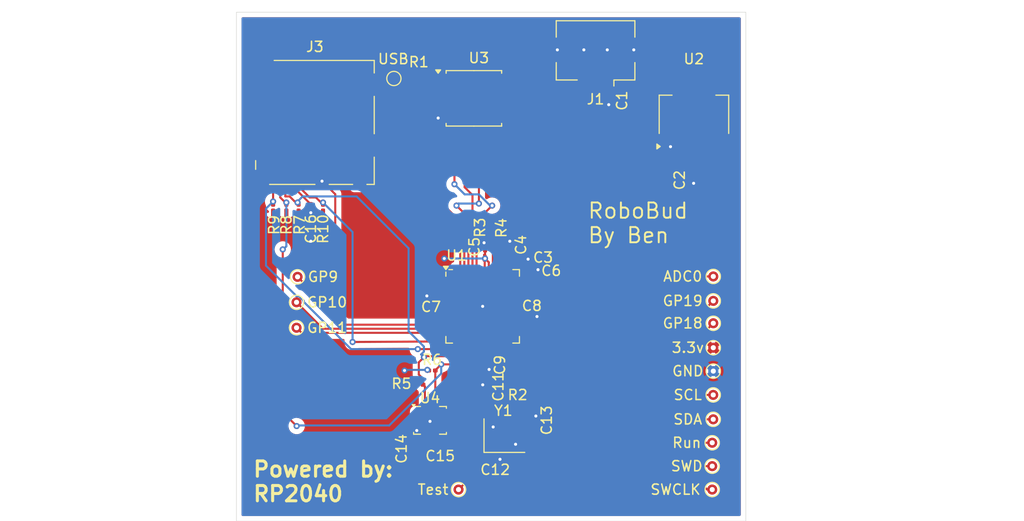
<source format=kicad_pcb>
(kicad_pcb (version 20240108) (generator "pcbnew") (generator_version "8.0")
  (layers (0 "F.Cu" signal) (31 "B.Cu" signal) (34 "B.Paste" user) (35 "F.Paste" user) (36 "B.SilkS" user "B.Silkscreen") (37 "F.SilkS" user "F.Silkscreen") (38 "B.Mask" user) (39 "F.Mask" user) (44 "Edge.Cuts" user))
  (net 0 "")
  (net 1 "VBUS")
  (net 2 "GND")
  (net 3 "+3.3V")
  (net 4 "+1V1")
  (net 5 "/XIN")
  (net 6 "Net-(C13-Pad2)")
  (net 7 "Net-(J3-VSS)")
  (net 8 "/USB_D+")
  (net 9 "/USB_D-")
  (net 11 "/MISO_SD")
  (net 12 "/SCL_GRYO{slash}MOSI_SD")
  (net 14 "/SDA_GYRO{slash}SCK_SD")
  (net 15 "/CS_SD")
  (net 17 "/Pad")
  (net 18 "/XOUT")
  (net 19 "Net-(U1-USB_DP)")
  (net 20 "Net-(U1-USB_DM)")
  (net 21 "/QSPI_SD0")
  (net 24 "/SCL_OLED")
  (net 32 "/speaker")
  (net 33 "/QSPI_SD2")
  (net 35 "/QSPI_SD3")
  (net 40 "/SDA_OLED")
  (net 43 "/QSPI_SCLK")
  (net 46 "/QSPI_SD1")
  (net 52 "/SWCLK")
  (net 53 "/GPIO_18")
  (net 54 "/SWD")
  (net 55 "/GPIO_9")
  (net 56 "/GPIO_19")
  (net 57 "/GPIO_26_ADC0")
  (net 58 "/TESTEN")
  (net 59 "/RUN")
  (net 60 "/GPIO_10")
  (footprint "Capacitor_SMD:C_0201_0603Metric" (layer "F.Cu") (at 142.3 106.8 180)
    (property "Reference" "C15")
    (property "Value" "100n")
  )
  (footprint "TestPoint:TestPoint_THTPad_D1.0mm_Drill0.5mm" (layer "F.Cu") (at 128.4 93 180)
    (property "Reference" "GP10")
    (property "Value" "TestPoint_THTPad_D1.0mm_Drill0.5mm")
  )
  (footprint "Capacitor_SMD:C_0201_0603Metric" (layer "F.Cu") (at 141.6 92.4 180)
    (property "Reference" "C7")
    (property "Value" "100n")
  )
  (footprint "Resistor_SMD:R_0201_0603Metric" (layer "F.Cu") (at 140.12625 71.0225)
    (property "Reference" "R1")
    (property "Value" "1k")
  )
  (footprint "Resistor_SMD:R_0201_0603Metric" (layer "F.Cu") (at 150.1 103.2 180)
    (property "Reference" "R2")
    (property "Value" "1k")
  )
  (footprint "TestPoint:TestPoint_THTPad_D1.0mm_Drill0.5mm" (layer "F.Cu") (at 169.3 104.5)
    (property "Reference" "SDA")
    (property "Value" "TestPoint_THTPad_D1.0mm_Drill0.5mm")
  )
  (footprint "Resistor_SMD:R_0201_0603Metric" (layer "F.Cu") (at 141.7 99.7)
    (property "Reference" "R6")
    (property "Value" "10k")
  )
  (footprint "Resistor_SMD:R_0201_0603Metric" (layer "F.Cu") (at 148.10625 87.4625 -90)
    (property "Reference" "R4")
    (property "Value" "27.4")
  )
  (footprint "Capacitor_SMD:C_0201_0603Metric" (layer "F.Cu") (at 129.8 83.7 90)
    (property "Reference" "C16")
    (property "Value" "100n")
  )
  (footprint "Resistor_SMD:R_0201_0603Metric" (layer "F.Cu") (at 126.1 83.7 -90)
    (property "Reference" "R9")
    (property "Value" "10k")
  )
  (footprint "TestPoint:TestPoint_THTPad_D1.0mm_Drill0.5mm" (layer "F.Cu") (at 169.2 109.1)
    (property "Reference" "SWD")
    (property "Value" "TestPoint_THTPad_D1.0mm_Drill0.5mm")
  )
  (footprint "TestPoint:TestPoint_THTPad_D1.0mm_Drill0.5mm" (layer "F.Cu") (at 169.30625 92.8625)
    (property "Reference" "GP19")
    (property "Value" "TestPoint_THTPad_D1.0mm_Drill0.5mm")
  )
  (footprint "Resistor_SMD:R_0201_0603Metric" (layer "F.Cu") (at 127.4 83.7 -90)
    (property "Reference" "R8")
    (property "Value" "10k")
  )
  (footprint "Capacitor_SMD:C_0201_0603Metric" (layer "F.Cu") (at 147.30625 99.1625 -90)
    (property "Reference" "C9")
    (property "Value" "100n")
  )
  (footprint "Capacitor_SMD:C_0201_0603Metric" (layer "F.Cu") (at 151.5 94.4)
    (property "Reference" "C8")
    (property "Value" "100n")
  )
  (footprint "TestPoint:TestPoint_THTPad_D1.0mm_Drill0.5mm" (layer "F.Cu") (at 128.4 95.5 180)
    (property "Reference" "GP11")
    (property "Value" "TestPoint_THTPad_D1.0mm_Drill0.5mm")
  )
  (footprint "TestPoint:TestPoint_THTPad_D1.0mm_Drill0.5mm" (layer "F.Cu") (at 169.30625 99.7625)
    (property "Reference" "GND")
    (property "Value" "TestPoint_THTPad_D1.0mm_Drill0.5mm")
  )
  (footprint "Resistor_SMD:R_0201_0603Metric" (layer "F.Cu") (at 140.5 101.1 180)
    (property "Reference" "R5")
    (property "Value" "10k")
  )
  (footprint "Package_DFN_QFN:QFN-56-1EP_7x7mm_P0.4mm_EP3.2x3.2mm" (layer "F.Cu") (at 146.66875 93.4)
    (property "Reference" "U1")
    (property "Value" "RP2040")
  )
  (footprint "Resistor_SMD:R_0201_0603Metric" (layer "F.Cu") (at 128.6 83.7 -90)
    (property "Reference" "R7")
    (property "Value" "10k")
  )
  (footprint "Capacitor_SMD:C_0201_0603Metric" (layer "F.Cu") (at 146.90625 87.5625 90)
    (property "Reference" "C5")
    (property "Value" "100n")
  )
  (footprint "Capacitor_SMD:C_0201_0603Metric" (layer "F.Cu") (at 151.9 104.6 -90)
    (property "Reference" "C13")
    (property "Value" "15p")
  )
  (footprint "TestPoint:TestPoint_THTPad_D1.0mm_Drill0.5mm" (layer "F.Cu") (at 169.30625 97.4625)
    (property "Reference" "3.3v")
    (property "Value" "TestPoint_THTPad_D1.0mm_Drill0.5mm")
  )
  (footprint "Capacitor_SMD:C_0201_0603Metric" (layer "F.Cu") (at 149.30625 87.4125 90)
    (property "Reference" "C4")
    (property "Value" "1u")
  )
  (footprint "Capacitor_SMD:C_0201_0603Metric" (layer "F.Cu") (at 150.70625 88.7625)
    (property "Reference" "C3")
    (property "Value" "1u")
  )
  (footprint "Resistor_SMD:R_0201_0603Metric" (layer "F.Cu") (at 147.40625 85.8625 -90)
    (property "Reference" "R3")
    (property "Value" "27.4")
  )
  (footprint "Crystal:Crystal_SMD_3225-4Pin_3.2x2.5mm" (layer "F.Cu") (at 148.8 106.1)
    (property "Reference" "Y1")
    (property "Value" "ABM8-272-T3")
  )
  (footprint "TestPoint:TestPoint_THTPad_D1.0mm_Drill0.5mm" (layer "F.Cu") (at 169.3 102.1)
    (property "Reference" "SCL")
    (property "Value" "TestPoint_THTPad_D1.0mm_Drill0.5mm")
  )
  (footprint "Package_SO:SOIC-8_5.23x5.23mm_P1.27mm" (layer "F.Cu") (at 145.80625 72.9625)
    (property "Reference" "U3")
    (property "Value" "W25Q128JVS")
  )
  (footprint "Connector_USB:USB_Micro-B_Amphenol_10104110_Horizontal" (layer "F.Cu") (at 157.75 69.5 180)
    (property "Reference" "J1")
    (property "Value" "USB_B_Micro")
  )
  (footprint "Capacitor_SMD:C_0201_0603Metric" (layer "F.Cu") (at 147.9 108.4 180)
    (property "Reference" "C12")
    (property "Value" "15p")
  )
  (footprint "Capacitor_SMD:C_0201_0603Metric" (layer "F.Cu") (at 159.05 73.05 -90)
    (property "Reference" "C1")
    (property "Value" "10u")
  )
  (footprint "Package_LGA:LGA-14_3x2.5mm_P0.5mm_LayoutBorder3x4y" (layer "F.Cu") (at 141.5 104.6)
    (property "Reference" "U4")
    (property "Value" "LSM6DS3")
  )
  (footprint "TestPoint:TestPoint_THTPad_D1.0mm_Drill0.5mm" (layer "F.Cu") (at 169.2 111.4)
    (property "Reference" "SWCLK")
    (property "Value" "TestPoint_THTPad_D1.0mm_Drill0.5mm")
  )
  (footprint "TestPoint:TestPoint_THTPad_D1.0mm_Drill0.5mm" (layer "F.Cu") (at 128.5 90.5 180)
    (property "Reference" "GP9")
    (property "Value" "TestPoint_THTPad_D1.0mm_Drill0.5mm")
  )
  (footprint "Resistor_SMD:R_0201_0603Metric" (layer "F.Cu") (at 131 83.7 -90)
    (property "Reference" "R10")
    (property "Value" "10k")
  )
  (footprint "Connector_Card:microSD_HC_Molex_104031-0811" (layer "F.Cu") (at 130.20625 75.35 90)
    (property "Reference" "J3")
    (property "Value" "Micro_SD_Card")
  )
  (footprint "Capacitor_SMD:C_0201_0603Metric" (layer "F.Cu") (at 151.6 89.8)
    (property "Reference" "C6")
    (property "Value" "100n")
  )
  (footprint "Capacitor_SMD:C_0201_0603Metric" (layer "F.Cu") (at 140.1 107 -90)
    (property "Reference" "C14")
    (property "Value" "100n")
  )
  (footprint "Capacitor_SMD:C_0201_0603Metric" (layer "F.Cu") (at 146.7 100.7 -90)
    (property "Reference" "C11")
    (property "Value" "100n")
  )
  (footprint "TestPoint:TestPoint_THTPad_D1.0mm_Drill0.5mm" (layer "F.Cu") (at 169.2 106.8)
    (property "Reference" "Run")
    (property "Value" "TestPoint_THTPad_D1.0mm_Drill0.5mm")
  )
  (footprint "Package_TO_SOT_SMD:SOT-223-3_TabPin2" (layer "F.Cu") (at 167.40625 74.5625 90)
    (property "Reference" "U2")
    (property "Value" "NCP1117-3.3_SOT223")
  )
  (footprint "TestPoint:TestPoint_THTPad_D1.0mm_Drill0.5mm" (layer "F.Cu") (at 169.30625 95.0625)
    (property "Reference" "GP18")
    (property "Value" "TestPoint_THTPad_D1.0mm_Drill0.5mm")
  )
  (footprint "TestPoint:TestPoint_THTPad_D1.0mm_Drill0.5mm" (layer "F.Cu") (at 169.30625 90.4625)
    (property "Reference" "ADC0")
    (property "Value" "TestPoint_THTPad_D1.0mm_Drill0.5mm")
  )
  (footprint "TestPoint:TestPoint_Pad_D1.0mm" (layer "F.Cu") (at 137.95625 71.0125)
    (property "Reference" "USB")
    (property "Value" "TestPoint_Pad_D1.0mm")
  )
  (footprint "Capacitor_SMD:C_0201_0603Metric" (layer "F.Cu") (at 167.4 80.9 -90)
    (property "Reference" "C2")
    (property "Value" "10u")
  )
  (footprint "TestPoint:TestPoint_THTPad_D1.0mm_Drill0.5mm" (layer "F.Cu") (at 144.3 111.4)
    (property "Reference" "Test")
    (property "Value" "TestPoint_THTPad_D1.0mm_Drill0.5mm")
  )
  (gr_rect (start 122.5 64.5) (end 172.5 114.5) (stroke (width 0.05)) (fill none) (layer "Edge.Cuts"))
  (gr_text "RoboBud\nBy Ben" (at 156.9 87.3 0) (layer "F.SilkS") (effects (font (size 1.5 1.5) (thickness 0.1875)) (justify left bottom)))
  (gr_text "Powered by: \nRP2040" (at 124 112.7 0) (layer "F.SilkS") (effects (font (size 1.5 1.5) (thickness 0.3) (bold yes)) (justify left bottom)))
  (segment (start 168.50625 74.9625) (end 162.9625 74.9625) (width 0.2) (layer "F.Cu") (net 1))
  (segment (start 160.7 72.7) (end 159.08 72.7) (width 0.2) (layer "F.Cu") (net 1))
  (segment (start 169.70625 76.1625) (end 168.50625 74.9625) (width 0.2) (layer "F.Cu") (net 1))
  (segment (start 169.70625 77.7125) (end 169.70625 76.1625) (width 0.2) (layer "F.Cu") (net 1))
  (segment (start 159.08 72.7) (end 159.05 72.73) (width 0.2) (layer "F.Cu") (net 1))
  (segment (start 162.9625 74.9625) (end 160.7 72.7) (width 0.2) (layer "F.Cu") (net 1))
  (segment (start 159.05 71.05) (end 159.05 72.73) (width 0.2) (layer "F.Cu") (net 1))
  (segment (start 141.98 106.8) (end 141.98 105.5325) (width 0.2) (layer "F.Cu") (net 2))
  (segment (start 140.2 105.6) (end 140.2 106.58) (width 0.2) (layer "F.Cu") (net 2))
  (segment (start 156.6 68.2) (end 158.9 68.2) (width 0.2) (layer "F.Cu") (net 2))
  (segment (start 156.6 68.2) (end 156.45 68.35) (width 0.2) (layer "F.Cu") (net 2))
  (segment (start 130.3 87.5) (end 129.8 87) (width 0.2) (layer "F.Cu") (net 2))
  (segment (start 141.65 104.85) (end 141.5 104.7) (width 0.2) (layer "F.Cu") (net 2))
  (segment (start 132.2 87.5) (end 130.3 87.5) (width 0.2) (layer "F.Cu") (net 2))
  (segment (start 156.45 68.35) (end 156.45 71.05) (width 0.2) (layer "F.Cu") (net 2))
  (segment (start 142 105.2) (end 141.5 104.7) (width 0.2) (layer "F.Cu") (net 2))
  (segment (start 140.2 106.58) (end 140.1 106.68) (width 0.2) (layer "F.Cu") (net 2))
  (segment (start 154 68.2) (end 156.6 68.2) (width 0.2) (layer "F.Cu") (net 2))
  (segment (start 141.5 105.5125) (end 141.5 104.7) (width 0.2) (layer "F.Cu") (net 2))
  (segment (start 161.5 68.2) (end 158.9 68.2) (width 0.2) (layer "F.Cu") (net 2))
  (segment (start 141.98 105.5325) (end 142 105.5125) (width 0.2) (layer "F.Cu") (net 2))
  (segment (start 142 105.5125) (end 142 105.2) (width 0.2) (layer "F.Cu") (net 2))
  (segment (start 132.2 82.38375) (end 132.2 87.5) (width 0.2) (layer "F.Cu") (net 2))
  (segment (start 130.90625 81.09) (end 132.2 82.38375) (width 0.2) (layer "F.Cu") (net 2))
  (segment (start 142.6625 104.85) (end 141.65 104.85) (width 0.2) (layer "F.Cu") (net 2))
  (via (at 152.1 89.8) (size 0.6) (drill 0.3) (layers "F.Cu" "B.Cu") (net 2))
  (via (at 148.36919 108.426996) (size 0.6) (drill 0.3) (layers "F.Cu" "B.Cu") (net 2))
  (via (at 129.8 87) (size 0.6) (drill 0.3) (layers "F.Cu" "B.Cu") (net 2))
  (via (at 141.5 104.7) (size 0.6) (drill 0.3) (layers "F.Cu" "B.Cu") (net 2))
  (via (at 147.7 105.25) (size 0.6) (drill 0.3) (layers "F.Cu" "B.Cu") (net 2))
  (via (at 149.331134 87.0025) (size 0.6) (drill 0.3) (layers "F.Cu" "B.Cu") (net 2))
  (via (at 151.12625 88.7625) (size 0.6) (drill 0.3) (layers "F.Cu" "B.Cu") (net 2))
  (via (at 156.6 68.2) (size 0.6) (drill 0.3) (layers "F.Cu" "B.Cu") (net 2))
  (via (at 142.3 74.9) (size 0.6) (drill 0.3) (layers "F.Cu" "B.Cu") (net 2))
  (via (at 161.5 68.2) (size 0.6) (drill 0.3) (layers "F.Cu" "B.Cu") (net 2))
  (via (at 140.2 105.6) (size 0.6) (drill 0.3) (layers "F.Cu" "B.Cu") (net 2))
  (via (at 141.19 92.375116) (size 0.6) (drill 0.3) (layers "F.Cu" "B.Cu") (net 2))
  (via (at 147.3 99.6) (size 0.6) (drill 0.3) (layers "F.Cu" "B.Cu") (net 2))
  (via (at 146.66875 93.4) (size 0.6) (drill 0.3) (layers "F.Cu" "B.Cu") (net 2))
  (via (at 159.04375 73.5875) (size 0.6) (drill 0.3) (layers "F.Cu" "B.Cu") (net 2))
  (via (at 151.889451 104.174517) (size 0.6) (drill 0.3) (layers "F.Cu" "B.Cu") (net 2))
  (via (at 149.9 106.95) (size 0.6) (drill 0.3) (layers "F.Cu" "B.Cu") (net 2))
  (via (at 154 68.2) (size 0.6) (drill 0.3) (layers "F.Cu" "B.Cu") (net 2))
  (via (at 165.10625 77.7125) (size 0.6) (drill 0.3) (layers "F.Cu" "B.Cu") (net 2))
  (via (at 167.375116 81.31) (size 0.6) (drill 0.3) (layers "F.Cu" "B.Cu") (net 2))
  (via (at 152 94.4) (size 0.6) (drill 0.3) (layers "F.Cu" "B.Cu") (net 2))
  (via (at 146.675116 101.11) (size 0.6) (drill 0.3) (layers "F.Cu" "B.Cu") (net 2))
  (via (at 130.9 81.1) (size 0.6) (drill 0.3) (layers "F.Cu" "B.Cu") (net 2))
  (via (at 158.9 68.2) (size 0.6) (drill 0.3) (layers "F.Cu" "B.Cu") (net 2))
  (via (at 146.80625 87.1525) (size 0.6) (drill 0.3) (layers "F.Cu" "B.Cu") (net 2))
  (via (at 129.8 84.2) (size 0.6) (drill 0.3) (layers "F.Cu" "B.Cu") (net 2))
  (segment (start 146.7 98.650294) (end 146.7 100.38) (width 0.2) (layer "F.Cu") (net 3))
  (segment (start 143.23125 90.8) (end 143.23125 89.9875) (width 0.2) (layer "F.Cu") (net 3))
  (segment (start 149.26875 89.9625) (end 149.43125 89.8) (width 0.2) (layer "F.Cu") (net 3))
  (segment (start 147.26875 89.06875) (end 147.26875 89.9625) (width 0.2) (layer "F.Cu") (net 3))
  (segment (start 128.6 84.02) (end 128.6 85.3) (width 0.2) (layer "F.Cu") (net 3))
  (segment (start 146.90625 88.7625) (end 146.90625 88.70625) (width 0.2) (layer "F.Cu") (net 3))
  (segment (start 140.48625 71.0625) (end 149.40125 71.0625) (width 0.2) (layer "F.Cu") (net 3))
  (segment (start 123.4 75.2) (end 123.4 74.7) (width 0.2) (layer "F.Cu") (net 3))
  (segment (start 150.38625 88.7625) (end 149.20625 88.7625) (width 0.2) (layer "F.Cu") (net 3))
  (segment (start 143.23125 94.4) (end 142.02 94.4) (width 0.2) (layer "F.Cu") (net 3))
  (segment (start 142.02 90.8) (end 143.23125 90.8) (width 0.2) (layer "F.Cu") (net 3))
  (segment (start 146.86875 96.8375) (end 146.86875 98.481544) (width 0.2) (layer "F.Cu") (net 3))
  (segment (start 140.44625 71.0225) (end 140.48625 71.0625) (width 0.2) (layer "F.Cu") (net 3))
  (segment (start 151.18 93.52) (end 151.25 93.45) (width 0.2) (layer "F.Cu") (net 3))
  (segment (start 150.44375 89.8) (end 151.28 89.8) (width 0.2) (layer "F.Cu") (net 3))
  (segment (start 142 103.649568) (end 142.949568 102.7) (width 0.2) (layer "F.Cu") (net 3))
  (segment (start 142 103.6875) (end 142 103.649568) (width 0.2) (layer "F.Cu") (net 3))
  (segment (start 151.28 90.88) (end 151.3 90.9) (width 0.2) (layer "F.Cu") (net 3))
  (segment (start 123.445 75.155) (end 123.4 75.2) (width 0.2) (layer "F.Cu") (net 3))
  (segment (start 141 105.5125) (end 141 106.7) (width 0.2) (layer "F.Cu") (net 3))
  (segment (start 150.10625 90.8) (end 150.44375 90.4625) (width 0.2) (layer "F.Cu") (net 3))
  (segment (start 146.86875 89.9625) (end 146.86875 88.8) (width 0.2) (layer "F.Cu") (net 3))
  (segment (start 142.62 106.4425) (end 142.62 106.8) (width 0.2) (layer "F.Cu") (net 3))
  (segment (start 123.4 75.2) (end 123.4 75.4) (width 0.2) (layer "F.Cu") (net 3))
  (segment (start 146.86875 98.481544) (end 146.7 98.650294) (width 0.2) (layer "F.Cu") (net 3))
  (segment (start 151.28 89.8) (end 151.28 90.88) (width 0.2) (layer "F.Cu") (net 3))
  (segment (start 150.38625 88.7625) (end 150.38625 89.7425) (width 0.2) (layer "F.Cu") (net 3))
  (segment (start 147.88 100.38) (end 148.3 100.8) (width 0.2) (layer "F.Cu") (net 3))
  (segment (start 150.38625 88.7625) (end 150.38625 87.61375) (width 0.2) (layer "F.Cu") (net 3))
  (segment (start 131 84.02) (end 131 85.3) (width 0.2) (layer "F.Cu") (net 3))
  (segment (start 140.38 107.32) (end 140.1 107.32) (width 0.2) (layer "F.Cu") (net 3))
  (segment (start 142.6625 105.35) (end 142.6625 106.4) (width 0.2) (layer "F.Cu") (net 3))
  (segment (start 124.75625 75.155) (end 123.445 75.155) (width 0.2) (layer "F.Cu") (net 3))
  (segment (start 143.23125 89.9875) (end 143.20625 89.9625) (width 0.2) (layer "F.Cu") (net 3))
  (segment (start 141 106.7) (end 140.38 107.32) (width 0.2) (layer "F.Cu") (net 3))
  (segment (start 150.38625 89.7425) (end 150.44375 89.8) (width 0.2) (layer "F.Cu") (net 3))
  (segment (start 149.43125 89.8) (end 150.44375 89.8) (width 0.2) (layer "F.Cu") (net 3))
  (segment (start 142.949568 102.7) (end 143.4 102.7) (width 0.2) (layer "F.Cu") (net 3))
  (segment (start 143.76511 94.4) (end 143.23125 94.4) (width 0.2) (layer "F.Cu") (net 3))
  (segment (start 150.38625 87.61375) (end 150.6 87.4) (width 0.2) (layer "F.Cu") (net 3))
  (segment (start 151.18 94.4) (end 151.18 93.52) (width 0.2) (layer "F.Cu") (net 3))
  (segment (start 146.9 88.7) (end 146.90625 88.69375) (width 0.2) (layer "F.Cu") (net 3))
  (segment (start 142.6625 105.35) (end 144.1 105.35) (width 0.2) (layer "F.Cu") (net 3))
  (segment (start 146.90625 88.69375) (end 146.90625 87.8825) (width 0.2) (layer "F.Cu") (net 3))
  (segment (start 146.9 88.7) (end 147.26875 89.06875) (width 0.2) (layer "F.Cu") (net 3))
  (segment (start 144.06875 89.9625) (end 143.20625 89.9625) (width 0.2) (layer "F.Cu") (net 3))
  (segment (start 149.40125 71.0625) (end 149.40625 71.0575) (width 0.2) (layer "F.Cu") (net 3))
  (segment (start 146.86875 88.8) (end 146.90625 88.7625) (width 0.2) (layer "F.Cu") (net 3))
  (segment (start 150.44375 90.4625) (end 150.44375 89.8) (width 0.2) (layer "F.Cu") (net 3))
  (segment (start 149.20625 88.7625) (end 148.86875 89.1) (width 0.2) (layer "F.Cu") (net 3))
  (segment (start 126.1 84.02) (end 126.1 85.1) (width 0.2) (layer "F.Cu") (net 3))
  (segment (start 142.02 94.4) (end 142.02 90.8) (width 0.2) (layer "F.Cu") (net 3))
  (segment (start 127.4 84.02) (end 127.4 85.3) (width 0.2) (layer "F.Cu") (net 3))
  (segment (start 146.90625 88.70625) (end 146.9 88.7) (width 0.2) (layer "F.Cu") (net 3))
  (segment (start 148.86875 89.1) (end 148.86875 89.9625) (width 0.2) (layer "F.Cu") (net 3))
  (segment (start 150.10625 94.4) (end 151.1 94.4) (width 0.2) (layer "F.Cu") (net 3))
  (segment (start 142.6625 106.4) (end 142.62 106.4425) (width 0.2) (layer "F.Cu") (net 3))
  (segment (start 146.7 100.38) (end 147.88 100.38) (width 0.2) (layer "F.Cu") (net 3))
  (via (at 142.9 88.7) (size 0.6) (drill 0.3) (layers "F.Cu" "B.Cu") (net 3))
  (via (at 139 99.7) (size 0.6) (drill 0.3) (layers "F.Cu" "B.Cu") (net 3))
  (via (at 141.241795 99.64166) (size 0.6) (drill 0.3) (layers "F.Cu" "B.Cu") (net 3))
  (via (at 146.9 88.7) (size 0.6) (drill 0.3) (layers "F.Cu" "B.Cu") (net 3))
  (segment (start 146.9 88.7) (end 142.9 88.7) (width 0.2) (layer "B.Cu") (net 3))
  (segment (start 139.05834 99.64166) (end 139 99.7) (width 0.2) (layer "B.Cu") (net 3))
  (segment (start 141.241795 99.64166) (end 139.05834 99.64166) (width 0.2) (layer "B.Cu") (net 3))
  (segment (start 142.9 88.7) (end 142.8 88.7) (width 0.2) (layer "B.Cu") (net 3))
  (segment (start 148.46875 88.645) (end 149.38125 87.7325) (width 0.2) (layer "F.Cu") (net 4))
  (segment (start 148.46875 91.1) (end 148.8 91.43125) (width 0.2) (layer "F.Cu") (net 4))
  (segment (start 147.26875 98.805) (end 147.30625 98.8425) (width 0.2) (layer "F.Cu") (net 4))
  (segment (start 147.26875 96.8375) (end 147.26875 98.805) (width 0.2) (layer "F.Cu") (net 4))
  (segment (start 148.46875 91.1) (end 148.46875 89.9625) (width 0.2) (layer "F.Cu") (net 4))
  (segment (start 148.8 91.43125) (end 148.8 95.5) (width 0.2) (layer "F.Cu") (net 4))
  (segment (start 148.8 95.5) (end 147.33125 95.5) (width 0.2) (layer "F.Cu") (net 4))
  (segment (start 148.46875 89.9625) (end 148.46875 88.645) (width 0.2) (layer "F.Cu") (net 4))
  (segment (start 146.46875 89.9625) (end 146.46875 91.1) (width 0.2) (layer "F.Cu") (net 4))
  (segment (start 147.33125 95.5) (end 147.26875 95.5625) (width 0.2) (layer "F.Cu") (net 4))
  (segment (start 146.46875 91.1) (end 148.46875 91.1) (width 0.2) (layer "F.Cu") (net 4))
  (segment (start 147.26875 95.5625) (end 147.26875 96.8375) (width 0.2) (layer "F.Cu") (net 4))
  (segment (start 147.7 106.95) (end 147.6 106.95) (width 0.2) (layer "F.Cu") (net 5))
  (segment (start 146.06875 98.034104) (end 146.06875 96.8375) (width 0.2) (layer "F.Cu") (net 5))
  (segment (start 145.4 102) (end 145.4 98.702854) (width 0.2) (layer "F.Cu") (net 5))
  (segment (start 147.58 108.4) (end 147.58 107.07) (width 0.2) (layer "F.Cu") (net 5))
  (segment (start 147.58 107.07) (end 147.7 106.95) (width 0.2) (layer "F.Cu") (net 5))
  (segment (start 146.2 102.8) (end 145.4 102) (width 0.2) (layer "F.Cu") (net 5))
  (segment (start 145.4 98.702854) (end 146.06875 98.034104) (width 0.2) (layer "F.Cu") (net 5))
  (segment (start 146.2 105.55) (end 146.2 102.8) (width 0.2) (layer "F.Cu") (net 5))
  (segment (start 147.6 106.95) (end 146.2 105.55) (width 0.2) (layer "F.Cu") (net 5))
  (segment (start 150.42 104.73) (end 149.9 105.25) (width 0.2) (layer "F.Cu") (net 6))
  (segment (start 150.23 104.92) (end 149.9 105.25) (width 0.2) (layer "F.Cu") (net 6))
  (segment (start 151.9 104.92) (end 150.23 104.92) (width 0.2) (layer "F.Cu") (net 6))
  (segment (start 150.42 103.2) (end 150.42 104.73) (width 0.2) (layer "F.Cu") (net 6))
  (segment (start 127.8 82.1) (end 127.8 75.52375) (width 0.2) (layer "F.Cu") (net 7))
  (segment (start 129.8 83.38) (end 128.52 82.1) (width 0.2) (layer "F.Cu") (net 7))
  (segment (start 127.8 75.52375) (end 125.23125 72.955) (width 0.2) (layer "F.Cu") (net 7))
  (segment (start 125.23125 72.955) (end 124.75625 72.955) (width 0.2) (layer "F.Cu") (net 7))
  (segment (start 128.52 82.1) (end 127.8 82.1) (width 0.2) (layer "F.Cu") (net 7))
  (segment (start 157.10625 76.6125) (end 157.10625 72.54375) (width 0.2) (layer "F.Cu") (net 8))
  (segment (start 148.17625 85.5425) (end 157.10625 76.6125) (width 0.2) (layer "F.Cu") (net 8))
  (segment (start 147.40625 85.5425) (end 148.17625 85.5425) (width 0.2) (layer "F.Cu") (net 8))
  (segment (start 157.75 71.9) (end 157.75 71.05) (width 0.2) (layer "F.Cu") (net 8))
  (segment (start 157.10625 72.54375) (end 157.75 71.9) (width 0.2) (layer "F.Cu") (net 8))
  (segment (start 158.4 76.84875) (end 148.10625 87.1425) (width 0.2) (layer "F.Cu") (net 9))
  (segment (start 158.4 71.05) (end 158.4 76.84875) (width 0.2) (layer "F.Cu") (net 9))
  (segment (start 131 83.4) (end 131 83.2) (width 0.2) (layer "F.Cu") (net 11))
  (segment (start 128.2 81.7) (end 128.2 74.82375) (width 0.2) (layer "F.Cu") (net 11))
  (segment (start 128.2 74.82375) (end 125.23125 71.855) (width 0.2) (layer "F.Cu") (net 11))
  (segment (start 130.98 83.38) (end 131 83.4) (width 0.2) (layer "F.Cu") (net 11))
  (segment (start 129.685686 82.7) (end 128.685686 81.7) (width 0.2) (layer "F.Cu") (net 11))
  (segment (start 133.9 96.9) (end 133.9375 96.8375) (width 0.2) (layer "F.Cu") (net 11))
  (segment (start 128.685686 81.7) (end 128.2 81.7) (width 0.2) (layer "F.Cu") (net 11))
  (segment (start 125.23125 71.855) (end 124.75625 71.855) (width 0.2) (layer "F.Cu") (net 11))
  (segment (start 130.8 83.2) (end 130.3 82.7) (width 0.2) (layer "F.Cu") (net 11))
  (segment (start 131 83.38) (end 130.98 83.38) (width 0.2) (layer "F.Cu") (net 11))
  (segment (start 144.06875 96.8375) (end 133.9 96.9) (width 0.2) (layer "F.Cu") (net 11))
  (segment (start 131 83.2) (end 130.8 83.2) (width 0.2) (layer "F.Cu") (net 11))
  (segment (start 130.3 82.7) (end 129.685686 82.7) (width 0.2) (layer "F.Cu") (net 11))
  (via (at 131 83.2) (size 0.6) (drill 0.3) (layers "F.Cu" "B.Cu") (net 11))
  (via (at 133.9 96.9) (size 0.6) (drill 0.3) (layers "F.Cu" "B.Cu") (net 11))
  (segment (start 133.9 96.9) (end 133.9 86.1) (width 0.2) (layer "B.Cu") (net 11))
  (segment (start 133.9 86.1) (end 131 83.2) (width 0.2) (layer "B.Cu") (net 11))
  (segment (start 127.045905 87.808059) (end 127.045905 103.795309) (width 0.2) (layer "F.Cu") (net 12))
  (segment (start 127.4 83.2) (end 127.3 83.2) (width 0.2) (layer "F.Cu") (net 12))
  (segment (start 127.4 83.3) (end 127.4 83.3) (width 0.2) (layer "F.Cu") (net 12))
  (segment (start 142.02 99.7) (end 142.02 102.804568) (width 0.2) (layer "F.Cu") (net 12))
  (segment (start 126.8 77.54875) (end 125.50625 76.255) (width 0.2) (layer "F.Cu") (net 12))
  (segment (start 143.871482 99.1) (end 145.26875 97.702732) (width 0.2) (layer "F.Cu") (net 12))
  (segment (start 142.6 99.1) (end 143.871482 99.1) (width 0.2) (layer "F.Cu") (net 12))
  (segment (start 125.50625 76.255) (end 124.75625 76.255) (width 0.2) (layer "F.Cu") (net 12))
  (segment (start 127.4 83.3) (end 127.4 83.2) (width 0.2) (layer "F.Cu") (net 12))
  (segment (start 127.4 83.38) (end 127.4 83.3) (width 0.2) (layer "F.Cu") (net 12))
  (segment (start 126.8 82.7) (end 126.8 77.54875) (width 0.2) (layer "F.Cu") (net 12))
  (segment (start 127.045905 103.795309) (end 128.411711 105.161115) (width 0.2) (layer "F.Cu") (net 12))
  (segment (start 141.5 103.324568) (end 141.5 103.6875) (width 0.2) (layer "F.Cu") (net 12))
  (segment (start 142.02 99.68) (end 142.6 99.1) (width 0.2) (layer "F.Cu") (net 12))
  (segment (start 127.3 83.2) (end 126.8 82.7) (width 0.2) (layer "F.Cu") (net 12))
  (segment (start 145.26875 97.702732) (end 145.26875 96.8375) (width 0.2) (layer "F.Cu") (net 12))
  (segment (start 142.02 102.804568) (end 141.5 103.324568) (width 0.2) (layer "F.Cu") (net 12))
  (segment (start 142.02 99.7) (end 142.02 99.68) (width 0.2) (layer "F.Cu") (net 12))
  (via (at 142.6 99.1) (size 0.6) (drill 0.3) (layers "F.Cu" "B.Cu") (net 12))
  (via (at 127.4 83.2) (size 0.6) (drill 0.3) (layers "F.Cu" "B.Cu") (net 12))
  (via (at 128.411711 105.161115) (size 0.6) (drill 0.3) (layers "F.Cu" "B.Cu") (net 12))
  (via (at 127.045905 87.808059) (size 0.6) (drill 0.3) (layers "F.Cu" "B.Cu") (net 12))
  (segment (start 142.6 100) (end 140.6 102) (width 0.2) (layer "B.Cu") (net 12))
  (segment (start 127.4 83.2) (end 127.4 87.5) (width 0.2) (layer "B.Cu") (net 12))
  (segment (start 137.5 105.1) (end 128.4 105.1) (width 0.2) (layer "B.Cu") (net 12))
  (segment (start 142.6 99.1) (end 142.6 100) (width 0.2) (layer "B.Cu") (net 12))
  (segment (start 140.6 102) (end 137.5 105.1) (width 0.2) (layer "B.Cu") (net 12))
  (segment (start 127.4 87.5) (end 127 87.9) (width 0.2) (layer "B.Cu") (net 12))
  (segment (start 140.4 98.9) (end 140.4 100.1) (width 0.2) (layer "F.Cu") (net 14))
  (segment (start 127.3 75.84875) (end 125.50625 74.055) (width 0.2) (layer "F.Cu") (net 14))
  (segment (start 140.82 101.1) (end 141 101.28) (width 0.2) (layer "F.Cu") (net 14))
  (segment (start 144.105796 98.3) (end 140.9 98.3) (width 0.2) (layer "F.Cu") (net 14))
  (segment (start 144.86875 96.8375) (end 144.86875 97.537046) (width 0.2) (layer "F.Cu") (net 14))
  (segment (start 125.50625 74.055) (end 124.75625 74.055) (width 0.2) (layer "F.Cu") (net 14))
  (segment (start 128.4 83.28) (end 128.4 83.2) (width 0.2) (layer "F.Cu") (net 14))
  (segment (start 140.9 98.3) (end 140.9 98.3) (width 0.2) (layer "F.Cu") (net 14))
  (segment (start 140.4 100.1) (end 140.82 100.52) (width 0.2) (layer "F.Cu") (net 14))
  (segment (start 141 101.28) (end 141 103.6875) (width 0.2) (layer "F.Cu") (net 14))
  (segment (start 140.9 98.4) (end 140.4 98.9) (width 0.2) (layer "F.Cu") (net 14))
  (segment (start 128.5 83.38) (end 128.4 83.28) (width 0.2) (layer "F.Cu") (net 14))
  (segment (start 127.72 82.6) (end 127.3 82.6) (width 0.2) (layer "F.Cu") (net 14))
  (segment (start 140.9 98.3) (end 140.9 98.4) (width 0.2) (layer "F.Cu") (net 14))
  (segment (start 140.82 100.52) (end 140.82 101.1) (width 0.2) (layer "F.Cu") (net 14))
  (segment (start 128.32 83.2) (end 127.72 82.6) (width 0.2) (layer "F.Cu") (net 14))
  (segment (start 144.86875 97.537046) (end 144.105796 98.3) (width 0.2) (layer "F.Cu") (net 14))
  (segment (start 127.3 82.6) (end 127.3 75.84875) (width 0.2) (layer "F.Cu") (net 14))
  (segment (start 128.4 83.2) (end 128.32 83.2) (width 0.2) (layer "F.Cu") (net 14))
  (via (at 140.9 98.4) (size 0.6) (drill 0.3) (layers "F.Cu" "B.Cu") (net 14))
  (via (at 128.5 83.2) (size 0.6) (drill 0.3) (layers "F.Cu" "B.Cu") (net 14))
  (segment (start 140.9 97.351471) (end 139.4 95.851471) (width 0.2) (layer "B.Cu") (net 14))
  (segment (start 140.9 98.4) (end 140.624264 98.124264) (width 0.2) (layer "B.Cu") (net 14))
  (segment (start 134.3 82.6) (end 129 82.6) (width 0.2) (layer "B.Cu") (net 14))
  (segment (start 140.9 97.848529) (end 140.9 97.351471) (width 0.2) (layer "B.Cu") (net 14))
  (segment (start 140.624264 98.124264) (end 140.9 97.848529) (width 0.2) (layer "B.Cu") (net 14))
  (segment (start 139.4 95.851471) (end 139.4 87.7) (width 0.2) (layer "B.Cu") (net 14))
  (segment (start 139.4 87.7) (end 134.3 82.6) (width 0.2) (layer "B.Cu") (net 14))
  (segment (start 129 82.6) (end 128.4 83.2) (width 0.2) (layer "B.Cu") (net 14))
  (segment (start 144.46875 97.37136) (end 144.24011 97.6) (width 0.2) (layer "F.Cu") (net 15))
  (segment (start 125.23125 77.355) (end 124.75625 77.355) (width 0.2) (layer "F.Cu") (net 15))
  (segment (start 144.24011 97.6) (end 140.3 97.6) (width 0.2) (layer "F.Cu") (net 15))
  (segment (start 126.1 83.1) (end 126.1 78.22375) (width 0.2) (layer "F.Cu") (net 15))
  (segment (start 126.1 78.22375) (end 125.23125 77.355) (width 0.2) (layer "F.Cu") (net 15))
  (segment (start 126.1 83.38) (end 126.1 83.1) (width 0.2) (layer "F.Cu") (net 15))
  (segment (start 144.46875 96.8375) (end 144.46875 97.37136) (width 0.2) (layer "F.Cu") (net 15))
  (segment (start 140.3 97.6) (end 140.2 97.6) (width 0.2) (layer "F.Cu") (net 15))
  (via (at 140.3 97.6) (size 0.6) (drill 0.3) (layers "F.Cu" "B.Cu") (net 15))
  (via (at 126.1 83.1) (size 0.6) (drill 0.3) (layers "F.Cu" "B.Cu") (net 15))
  (segment (start 129.1 92.948529) (end 129.1 92.851472) (width 0.2) (layer "B.Cu") (net 15))
  (segment (start 133.751471 97.6) (end 129.1 92.948529) (width 0.2) (layer "B.Cu") (net 15))
  (segment (start 129.1 92.851472) (end 128.648528 92.4) (width 0.2) (layer "B.Cu") (net 15))
  (segment (start 125.4 83.8) (end 126.1 83.1) (width 0.2) (layer "B.Cu") (net 15))
  (segment (start 125.4 89.4) (end 125.4 83.8) (width 0.2) (layer "B.Cu") (net 15))
  (segment (start 128.4 92.4) (end 125.4 89.4) (width 0.2) (layer "B.Cu") (net 15))
  (segment (start 140.3 97.6) (end 133.751471 97.6) (width 0.2) (layer "B.Cu") (net 15))
  (segment (start 128.648528 92.4) (end 128.4 92.4) (width 0.2) (layer "B.Cu") (net 15))
  (segment (start 137.95625 71.0125) (end 138.00625 71.0625) (width 0.2) (layer "F.Cu") (net 17))
  (segment (start 138.00625 71.0625) (end 139.76625 71.0625) (width 0.2) (layer "F.Cu") (net 17))
  (segment (start 139.76625 71.0625) (end 139.80625 71.0225) (width 0.2) (layer "F.Cu") (net 17))
  (segment (start 146.46875 98.19979) (end 146.46875 96.8375) (width 0.2) (layer "F.Cu") (net 18))
  (segment (start 145.8 101.083413) (end 145.8 98.86854) (width 0.2) (layer "F.Cu") (net 18))
  (segment (start 147.916587 103.2) (end 145.8 101.083413) (width 0.2) (layer "F.Cu") (net 18))
  (segment (start 145.8 98.86854) (end 146.46875 98.19979) (width 0.2) (layer "F.Cu") (net 18))
  (segment (start 149.78 103.2) (end 147.916587 103.2) (width 0.2) (layer "F.Cu") (net 18))
  (segment (start 147.66875 89.9625) (end 147.66875 88.143456) (width 0.2) (layer "F.Cu") (net 19))
  (segment (start 147.66875 88.143456) (end 147.40625 87.880956) (width 0.2) (layer "F.Cu") (net 19))
  (segment (start 147.40625 87.880956) (end 147.40625 86.1825) (width 0.2) (layer "F.Cu") (net 19))
  (segment (start 148.10625 87.7825) (end 148.06875 87.82) (width 0.2) (layer "F.Cu") (net 20))
  (segment (start 148.06875 87.82) (end 148.06875 89.9625) (width 0.2) (layer "F.Cu") (net 20))
  (segment (start 146.3 83.3) (end 146.3 75.1) (width 0.2) (layer "F.Cu") (net 21))
  (segment (start 144.1 83.5) (end 145.26875 84.66875) (width 0.2) (layer "F.Cu") (net 21))
  (segment (start 146.5325 74.8675) (end 149.40625 74.8675) (width 0.2) (layer "F.Cu") (net 21))
  (segment (start 145.26875 84.66875) (end 145.26875 89.9625) (width 0.2) (layer "F.Cu") (net 21))
  (segment (start 146.3 75.1) (end 146.5325 74.8675) (width 0.2) (layer "F.Cu") (net 21))
  (via (at 146.3 83.3) (size 0.6) (drill 0.3) (layers "F.Cu" "B.Cu") (net 21))
  (via (at 144.1 83.5) (size 0.6) (drill 0.3) (layers "F.Cu" "B.Cu") (net 21))
  (segment (start 146.3 83.3) (end 144.3 83.3) (width 0.2) (layer "B.Cu") (net 21))
  (segment (start 144.3 83.3) (end 144.1 83.5) (width 0.2) (layer "B.Cu") (net 21))
  (segment (start 163.7 102.1) (end 169.3 102.1) (width 0.2) (layer "F.Cu") (net 24))
  (segment (start 163.3 96.9) (end 163.3 101.7) (width 0.2) (layer "F.Cu") (net 24))
  (segment (start 163.3 101.7) (end 163.7 102.1) (width 0.2) (layer "F.Cu") (net 24))
  (segment (start 149.26875 96.8375) (end 163.2375 96.8375) (width 0.2) (layer "F.Cu") (net 24))
  (segment (start 163.2375 96.8375) (end 163.3 96.9) (width 0.2) (layer "F.Cu") (net 24))
  (segment (start 128.9 96) (end 128.4 95.5) (width 0.2) (layer "F.Cu") (net 32))
  (segment (start 143.23125 96) (end 128.9 96) (width 0.2) (layer "F.Cu") (net 32))
  (segment (start 144.86875 85.46875) (end 144.86875 89.9625) (width 0.2) (layer "F.Cu") (net 33))
  (segment (start 141.403751 73.6) (end 140.7 73.6) (width 0.2) (layer "F.Cu") (net 33))
  (segment (start 142.20625 73.5975) (end 141.406251 73.5975) (width 0.2) (layer "F.Cu") (net 33))
  (segment (start 140.7 81.3) (end 144.86875 85.46875) (width 0.2) (layer "F.Cu") (net 33))
  (segment (start 140.7 73.6) (end 140.7 81.3) (width 0.2) (layer "F.Cu") (net 33))
  (segment (start 141.406251 73.5975) (end 141.403751 73.6) (width 0.2) (layer "F.Cu") (net 33))
  (segment (start 146.06875 85.03125) (end 146.06875 89.9625) (width 0.2) (layer "F.Cu") (net 35))
  (segment (start 144.3 72.4) (end 143.9 72.8) (width 0.2) (layer "F.Cu") (net 35))
  (segment (start 147.6 83.5) (end 146.06875 85.03125) (width 0.2) (layer "F.Cu") (net 35))
  (segment (start 149.40625 72.3275) (end 144.3725 72.3275) (width 0.2) (layer "F.Cu") (net 35))
  (segment (start 143.9 72.8) (end 143.9 81.4) (width 0.2) (layer "F.Cu") (net 35))
  (segment (start 144.3725 72.3275) (end 144.3 72.4) (width 0.2) (layer "F.Cu") (net 35))
  (via (at 147.6 83.5) (size 0.6) (drill 0.3) (layers "F.Cu" "B.Cu") (net 35))
  (via (at 143.9 81.4) (size 0.6) (drill 0.3) (layers "F.Cu" "B.Cu") (net 35))
  (segment (start 144.9 82.4) (end 146.3 82.4) (width 0.2) (layer "B.Cu") (net 35))
  (segment (start 146.3 82.4) (end 147.3 83.4) (width 0.2) (layer "B.Cu") (net 35))
  (segment (start 147.6 83.5) (end 147.6 83.4) (width 0.2) (layer "B.Cu") (net 35))
  (segment (start 143.9 81.4) (end 144.9 82.4) (width 0.2) (layer "B.Cu") (net 35))
  (segment (start 147.3 83.4) (end 147.6 83.5) (width 0.2) (layer "B.Cu") (net 35))
  (segment (start 149.19739 97.7) (end 148.86875 97.37136) (width 0.2) (layer "F.Cu") (net 40))
  (segment (start 162.5 103.5) (end 162.5 97.7) (width 0.2) (layer "F.Cu") (net 40))
  (segment (start 148.86875 97.37136) (end 148.86875 96.8375) (width 0.2) (layer "F.Cu") (net 40))
  (segment (start 163.5 104.5) (end 162.5 103.5) (width 0.2) (layer "F.Cu") (net 40))
  (segment (start 162.5 97.7) (end 149.19739 97.7) (width 0.2) (layer "F.Cu") (net 40))
  (segment (start 169.3 104.5) (end 163.5 104.5) (width 0.2) (layer "F.Cu") (net 40))
  (segment (start 149.40625 73.5975) (end 145.0025 73.5975) (width 0.2) (layer "F.Cu") (net 43))
  (segment (start 145.66875 82.46875) (end 145.66875 89.9625) (width 0.2) (layer "F.Cu") (net 43))
  (segment (start 144.9 81.7) (end 145.66875 82.46875) (width 0.2) (layer "F.Cu") (net 43))
  (segment (start 144.9 73.7) (end 144.9 81.7) (width 0.2) (layer "F.Cu") (net 43))
  (segment (start 145.0025 73.5975) (end 144.9 73.7) (width 0.2) (layer "F.Cu") (net 43))
  (segment (start 141.333751 72.4) (end 140.3 72.4) (width 0.2) (layer "F.Cu") (net 46))
  (segment (start 141.406251 72.3275) (end 141.333751 72.4) (width 0.2) (layer "F.Cu") (net 46))
  (segment (start 144.46875 85.66875) (end 144.46875 89.9625) (width 0.2) (layer "F.Cu") (net 46))
  (segment (start 140.3 81.5) (end 144.46875 85.66875) (width 0.2) (layer "F.Cu") (net 46))
  (segment (start 140.3 72.4) (end 140.3 81.5) (width 0.2) (layer "F.Cu") (net 46))
  (segment (start 142.20625 72.3275) (end 141.406251 72.3275) (width 0.2) (layer "F.Cu") (net 46))
  (segment (start 147.66875 97.868418) (end 149.100332 99.3) (width 0.2) (layer "F.Cu") (net 52))
  (segment (start 160.6 103.297057) (end 168.702943 111.4) (width 0.2) (layer "F.Cu") (net 52))
  (segment (start 160.6 99.3) (end 160.6 103.297057) (width 0.2) (layer "F.Cu") (net 52))
  (segment (start 168.702943 111.4) (end 169.2 111.4) (width 0.2) (layer "F.Cu") (net 52))
  (segment (start 147.66875 96.8375) (end 147.66875 97.868418) (width 0.2) (layer "F.Cu") (net 52))
  (segment (start 149.100332 99.3) (end 160.6 99.3) (width 0.2) (layer "F.Cu") (net 52))
  (segment (start 150.10625 96) (end 168.36875 96) (width 0.2) (layer "F.Cu") (net 53))
  (segment (start 168.36875 96) (end 169.30625 95.0625) (width 0.2) (layer "F.Cu") (net 53))
  (segment (start 161.4 98.7) (end 161.4 103.531371) (width 0.2) (layer "F.Cu") (net 54))
  (segment (start 166.968629 109.1) (end 169.2 109.1) (width 0.2) (layer "F.Cu") (net 54))
  (segment (start 148.06875 97.702732) (end 149.066018 98.7) (width 0.2) (layer "F.Cu") (net 54))
  (segment (start 149.066018 98.7) (end 161.4 98.7) (width 0.2) (layer "F.Cu") (net 54))
  (segment (start 148.06875 96.8375) (end 148.06875 97.702732) (width 0.2) (layer "F.Cu") (net 54))
  (segment (start 161.4 103.531371) (end 166.968629 109.1) (width 0.2) (layer "F.Cu") (net 54))
  (segment (start 143.23125 95.2) (end 133.2 95.2) (width 0.2) (layer "F.Cu") (net 55))
  (segment (start 133.2 95.2) (end 128.5 90.5) (width 0.2) (layer "F.Cu") (net 55))
  (segment (start 154.24375 95.6) (end 150.10625 95.6) (width 0.2) (layer "F.Cu") (net 56))
  (segment (start 165.9 94.9) (end 165.2 95.6) (width 0.2) (layer "F.Cu") (net 56))
  (segment (start 165.2 95.6) (end 154.2 95.6) (width 0.2) (layer "F.Cu") (net 56))
  (segment (start 167.26875 94.9) (end 166.6 94.9) (width 0.2) (layer "F.Cu") (net 56))
  (segment (start 169.30625 92.8625) (end 167.26875 94.9) (width 0.2) (layer "F.Cu") (net 56))
  (segment (start 166.6 94.9) (end 165.9 94.9) (width 0.2) (layer "F.Cu") (net 56))
  (segment (start 150.10625 92.4) (end 158.29375 92.4) (width 0.2) (layer "F.Cu") (net 57))
  (segment (start 158.29375 92.4) (end 160.23125 90.4625) (width 0.2) (layer "F.Cu") (net 57))
  (segment (start 160.23125 90.4625) (end 169.30625 90.4625) (width 0.2) (layer "F.Cu") (net 57))
  (segment (start 145.66875 96.8375) (end 145.66875 97.868418) (width 0.2) (layer "F.Cu") (net 58))
  (segment (start 144.3 111.3) (end 144.4 111.2) (width 0.2) (layer "F.Cu") (net 58))
  (segment (start 145.66875 97.868418) (end 145 98.537168) (width 0.2) (layer "F.Cu") (net 58))
  (segment (start 145 98.537168) (end 145 110.7) (width 0.2) (layer "F.Cu") (net 58))
  (segment (start 144.3 111.4) (end 144.3 111.3) (width 0.2) (layer "F.Cu") (net 58))
  (segment (start 145 110.7) (end 144.3 111.4) (width 0.2) (layer "F.Cu") (net 58))
  (segment (start 148.46875 97.537046) (end 149.131704 98.2) (width 0.2) (layer "F.Cu") (net 59))
  (segment (start 161.9 103.465685) (end 165.234315 106.8) (width 0.2) (layer "F.Cu") (net 59))
  (segment (start 148.46875 96.8375) (end 148.46875 97.537046) (width 0.2) (layer "F.Cu") (net 59))
  (segment (start 149.131704 98.2) (end 161.9 98.2) (width 0.2) (layer "F.Cu") (net 59))
  (segment (start 161.9 98.2) (end 161.9 103.465685) (width 0.2) (layer "F.Cu") (net 59))
  (segment (start 165.234315 106.8) (end 169.2 106.8) (width 0.2) (layer "F.Cu") (net 59))
  (segment (start 131 95.6) (end 128.4 93) (width 0.2) (layer "F.Cu") (net 60))
  (segment (start 143.23125 95.6) (end 131 95.6) (width 0.2) (layer "F.Cu") (net 60))
  (zone (net 3) (net_name "+3.3V") (layer "F.Cu") (priority 1) (connect_pads (clearance 0.5)) (min_thickness 0.25) (fill yes (thermal_gap 0.5) (thermal_bridge_width 0.5))
    (polygon (pts (xy 122.5 64.5) (xy 122.5 114.5) (xy 172.5 114.5) (xy 172.5 64.5)))
  )
  (zone (net 2) (net_name "GND") (layer "B.Cu") (connect_pads (clearance 0.5)) (min_thickness 0.25) (fill yes (thermal_gap 0.5) (thermal_bridge_width 0.5))
    (polygon (pts (xy 122.5 64.5) (xy 122.5 114.5) (xy 172.5 114.5) (xy 172.5 64.5)))
  )
)
</source>
